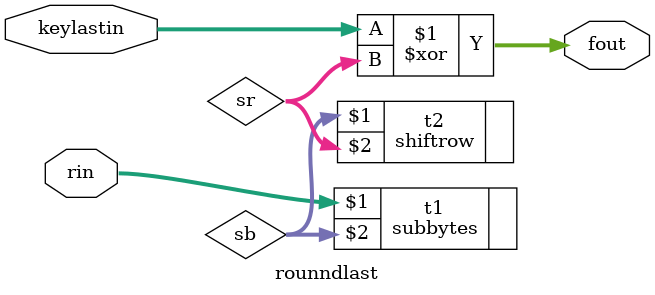
<source format=v>
`timescale 1ns / 1ps


module rounndlast(rin,keylastin,fout);

input [127:0]rin;
input [127:0]keylastin;
output [127:0]fout;

wire [127:0] sb,sr,mcl;

subbytes t1(rin,sb);
shiftrow t2(sb,sr);
assign fout= keylastin^sr;

endmodule

</source>
